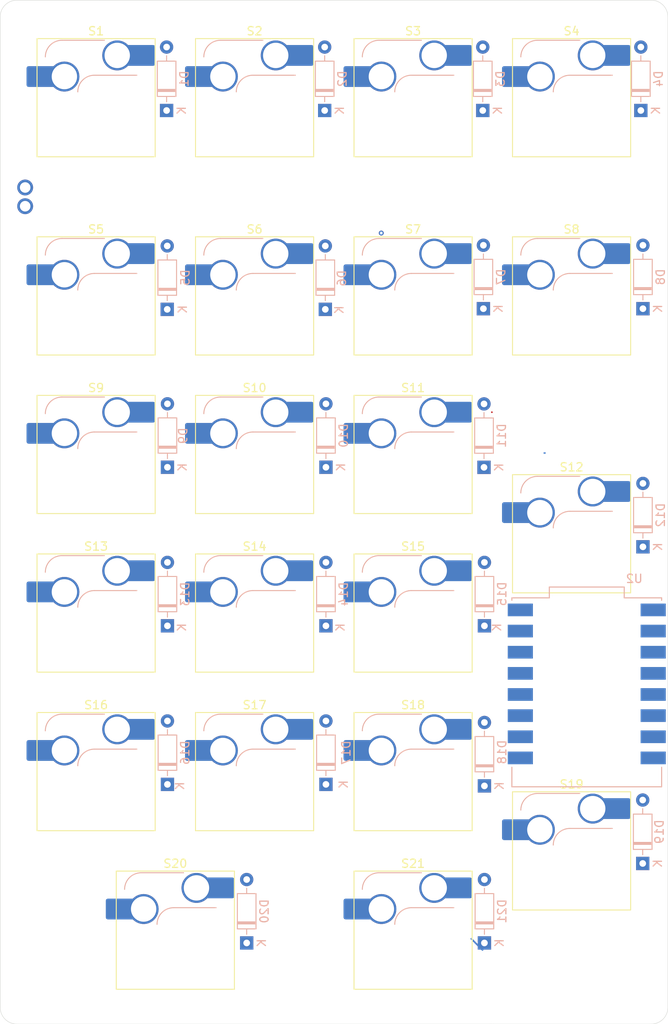
<source format=kicad_pcb>
(kicad_pcb (version 20240108) (generator "pcbnew") (generator_version "8.0")
  (layers (0 "F.Cu" signal) (31 "B.Cu" signal) (34 "B.Paste" user) (35 "F.Paste" user) (36 "B.SilkS" user "B.Silkscreen") (37 "F.SilkS" user "F.Silkscreen") (38 "B.Mask" user) (39 "F.Mask" user) (44 "Edge.Cuts" user))
  (net 0 "")
  (net 1 "Net-(D1-A)")
  (net 2 "Linha 0")
  (net 3 "Net-(D2-A)")
  (net 4 "Net-(D3-A)")
  (net 5 "Net-(D4-A)")
  (net 6 "Net-(D5-A)")
  (net 7 "Linha 1")
  (net 8 "Net-(D6-A)")
  (net 9 "Net-(D7-A)")
  (net 10 "Net-(D8-A)")
  (net 11 "Net-(D9-A)")
  (net 12 "Linha 2")
  (net 13 "Net-(D10-A)")
  (net 14 "Net-(D11-A)")
  (net 15 "Net-(D12-A)")
  (net 16 "Linha 3")
  (net 17 "Net-(D13-A)")
  (net 18 "Net-(D14-A)")
  (net 19 "Net-(D15-A)")
  (net 20 "Net-(D16-A)")
  (net 21 "Linha 4")
  (net 22 "Net-(D18-A)")
  (net 23 "Coluna 0")
  (net 24 "Coluna 1")
  (net 25 "Coluna 2")
  (net 26 "Coluna 3")
  (net 27 "Alimentação +")
  (net 28 "Linha 5")
  (net 29 "Alimentação -")
  (net 30 "Net-(D17-A)")
  (net 31 "Net-(D19-A)")
  (net 32 "Net-(D20-A)")
  (net 33 "Net-(D21-A)")
  (footprint "ScottoKeebs_Hotswap:Hotswap_MX_Plated_1.00u" (layer "F.Cu") (at 93.485 38.6425)
    (property "Reference" "S4" (at 0 -8 0) (layer "F.SilkS"))
    (property "Value" "Keyswitch")
    (pad "" np_thru_hole circle (at -5.08 0) (size 1.75 1.75) (drill 1.75) (layers "F&B.Cu" "*.Mask") (clearance 0.1))
    (pad "" np_thru_hole circle (at 0 0) (size 4 4) (drill 4) (layers "*.Cu" "*.Mask"))
    (pad "" np_thru_hole circle (at 5.08 0) (size 1.75 1.75) (drill 1.75) (layers "*.Cu" "*.Mask"))
    (pad "1" smd roundrect (at -6.585 -2.54) (size 3.55 2.5) (layers "B.Cu") (roundrect_rratio 0.1) (net 26 "Coluna 3"))
    (pad "1" thru_hole circle (at -3.81 -2.54) (size 3.6 3.6) (drill 3.05) (layers "*.Cu" "*.Mask") (net 26 "Coluna 3"))
    (pad "2" thru_hole circle (at 2.54 -5.08) (size 3.6 3.6) (drill 3.05) (layers "*.Cu" "*.Mask") (net 5 "Net-(D4-A)"))
    (pad "2" smd roundrect (at 5.32 -5.08) (size 3.55 2.5) (layers "B.Cu") (roundrect_rratio 0.1) (net 5 "Net-(D4-A)"))
  )
  (footprint "ScottoKeebs_Hotswap:Hotswap_MX_Plated_1.00u" (layer "F.Cu") (at 74.435 100.555)
    (property "Reference" "S15" (at 0 -8 0) (layer "F.SilkS"))
    (property "Value" "Keyswitch")
    (pad "" np_thru_hole circle (at -5.08 0) (size 1.75 1.75) (drill 1.75) (layers "F&B.Cu" "*.Mask") (clearance 0.1))
    (pad "" np_thru_hole circle (at 0 0) (size 4 4) (drill 4) (layers "*.Cu" "*.Mask"))
    (pad "" np_thru_hole circle (at 5.08 0) (size 1.75 1.75) (drill 1.75) (layers "*.Cu" "*.Mask"))
    (pad "1" smd roundrect (at -6.585 -2.54) (size 3.55 2.5) (layers "B.Cu") (roundrect_rratio 0.1) (net 25 "Coluna 2"))
    (pad "1" thru_hole circle (at -3.81 -2.54) (size 3.6 3.6) (drill 3.05) (layers "*.Cu" "*.Mask") (net 25 "Coluna 2"))
    (pad "2" thru_hole circle (at 2.54 -5.08) (size 3.6 3.6) (drill 3.05) (layers "*.Cu" "*.Mask") (net 19 "Net-(D15-A)"))
    (pad "2" smd roundrect (at 5.32 -5.08) (size 3.55 2.5) (layers "B.Cu") (roundrect_rratio 0.1) (net 19 "Net-(D15-A)"))
  )
  (footprint "ScottoKeebs_Hotswap:Hotswap_MX_Plated_1.00u" (layer "F.Cu") (at 36.335 62.455)
    (property "Reference" "S5" (at 0 -8 0) (layer "F.SilkS"))
    (property "Value" "Keyswitch")
    (pad "" np_thru_hole circle (at -5.08 0) (size 1.75 1.75) (drill 1.75) (layers "F&B.Cu" "*.Mask") (clearance 0.1))
    (pad "" np_thru_hole circle (at 0 0) (size 4 4) (drill 4) (layers "*.Cu" "*.Mask"))
    (pad "" np_thru_hole circle (at 5.08 0) (size 1.75 1.75) (drill 1.75) (layers "*.Cu" "*.Mask"))
    (pad "1" smd roundrect (at -6.585 -2.54) (size 3.55 2.5) (layers "B.Cu") (roundrect_rratio 0.1) (net 23 "Coluna 0"))
    (pad "1" thru_hole circle (at -3.81 -2.54) (size 3.6 3.6) (drill 3.05) (layers "*.Cu" "*.Mask") (net 23 "Coluna 0"))
    (pad "2" thru_hole circle (at 2.54 -5.08) (size 3.6 3.6) (drill 3.05) (layers "*.Cu" "*.Mask") (net 6 "Net-(D5-A)"))
    (pad "2" smd roundrect (at 5.32 -5.08) (size 3.55 2.5) (layers "B.Cu") (roundrect_rratio 0.1) (net 6 "Net-(D5-A)"))
  )
  (footprint "ScottoKeebs_Hotswap:Hotswap_MX_Plated_1.00u" (layer "F.Cu") (at 36.335 38.6425)
    (property "Reference" "S1" (at 0 -8 0) (layer "F.SilkS"))
    (property "Value" "Keyswitch")
    (pad "" np_thru_hole circle (at -5.08 0) (size 1.75 1.75) (drill 1.75) (layers "F&B.Cu" "*.Mask") (clearance 0.1))
    (pad "" np_thru_hole circle (at 0 0) (size 4 4) (drill 4) (layers "*.Cu" "*.Mask"))
    (pad "" np_thru_hole circle (at 5.08 0) (size 1.75 1.75) (drill 1.75) (layers "*.Cu" "*.Mask"))
    (pad "1" smd roundrect (at -6.585 -2.54) (size 3.55 2.5) (layers "B.Cu") (roundrect_rratio 0.1) (net 23 "Coluna 0"))
    (pad "1" thru_hole circle (at -3.81 -2.54) (size 3.6 3.6) (drill 3.05) (layers "*.Cu" "*.Mask") (net 23 "Coluna 0"))
    (pad "2" thru_hole circle (at 2.54 -5.08) (size 3.6 3.6) (drill 3.05) (layers "*.Cu" "*.Mask") (net 1 "Net-(D1-A)"))
    (pad "2" smd roundrect (at 5.32 -5.08) (size 3.55 2.5) (layers "B.Cu") (roundrect_rratio 0.1) (net 1 "Net-(D1-A)"))
  )
  (footprint "ScottoKeebs_Hotswap:Hotswap_MX_Plated_1.00u" (layer "F.Cu") (at 55.385 38.6425)
    (property "Reference" "S2" (at 0 -8 0) (layer "F.SilkS"))
    (property "Value" "Keyswitch")
    (pad "" np_thru_hole circle (at -5.08 0) (size 1.75 1.75) (drill 1.75) (layers "F&B.Cu" "*.Mask") (clearance 0.1))
    (pad "" np_thru_hole circle (at 0 0) (size 4 4) (drill 4) (layers "*.Cu" "*.Mask"))
    (pad "" np_thru_hole circle (at 5.08 0) (size 1.75 1.75) (drill 1.75) (layers "*.Cu" "*.Mask"))
    (pad "1" smd roundrect (at -6.585 -2.54) (size 3.55 2.5) (layers "B.Cu") (roundrect_rratio 0.1) (net 24 "Coluna 1"))
    (pad "1" thru_hole circle (at -3.81 -2.54) (size 3.6 3.6) (drill 3.05) (layers "*.Cu" "*.Mask") (net 24 "Coluna 1"))
    (pad "2" thru_hole circle (at 2.54 -5.08) (size 3.6 3.6) (drill 3.05) (layers "*.Cu" "*.Mask") (net 3 "Net-(D2-A)"))
    (pad "2" smd roundrect (at 5.32 -5.08) (size 3.55 2.5) (layers "B.Cu") (roundrect_rratio 0.1) (net 3 "Net-(D2-A)"))
  )
  (footprint "ScottoKeebs_Hotswap:Hotswap_MX_Plated_1.00u" (layer "F.Cu") (at 36.335 119.605)
    (property "Reference" "S16" (at 0 -8 0) (layer "F.SilkS"))
    (property "Value" "Keyswitch")
    (pad "" np_thru_hole circle (at -5.08 0) (size 1.75 1.75) (drill 1.75) (layers "F&B.Cu" "*.Mask") (clearance 0.1))
    (pad "" np_thru_hole circle (at 0 0) (size 4 4) (drill 4) (layers "*.Cu" "*.Mask"))
    (pad "" np_thru_hole circle (at 5.08 0) (size 1.75 1.75) (drill 1.75) (layers "*.Cu" "*.Mask"))
    (pad "1" smd roundrect (at -6.585 -2.54) (size 3.55 2.5) (layers "B.Cu") (roundrect_rratio 0.1) (net 23 "Coluna 0"))
    (pad "1" thru_hole circle (at -3.81 -2.54) (size 3.6 3.6) (drill 3.05) (layers "*.Cu" "*.Mask") (net 23 "Coluna 0"))
    (pad "2" thru_hole circle (at 2.54 -5.08) (size 3.6 3.6) (drill 3.05) (layers "*.Cu" "*.Mask") (net 20 "Net-(D16-A)"))
    (pad "2" smd roundrect (at 5.32 -5.08) (size 3.55 2.5) (layers "B.Cu") (roundrect_rratio 0.1) (net 20 "Net-(D16-A)"))
  )
  (footprint "ScottoKeebs_Hotswap:Hotswap_MX_Plated_1.00u" (layer "F.Cu") (at 55.385 100.555)
    (property "Reference" "S14" (at 0 -8 0) (layer "F.SilkS"))
    (property "Value" "Keyswitch")
    (pad "" np_thru_hole circle (at -5.08 0) (size 1.75 1.75) (drill 1.75) (layers "F&B.Cu" "*.Mask") (clearance 0.1))
    (pad "" np_thru_hole circle (at 0 0) (size 4 4) (drill 4) (layers "*.Cu" "*.Mask"))
    (pad "" np_thru_hole circle (at 5.08 0) (size 1.75 1.75) (drill 1.75) (layers "*.Cu" "*.Mask"))
    (pad "1" smd roundrect (at -6.585 -2.54) (size 3.55 2.5) (layers "B.Cu") (roundrect_rratio 0.1) (net 24 "Coluna 1"))
    (pad "1" thru_hole circle (at -3.81 -2.54) (size 3.6 3.6) (drill 3.05) (layers "*.Cu" "*.Mask") (net 24 "Coluna 1"))
    (pad "2" thru_hole circle (at 2.54 -5.08) (size 3.6 3.6) (drill 3.05) (layers "*.Cu" "*.Mask") (net 18 "Net-(D14-A)"))
    (pad "2" smd roundrect (at 5.32 -5.08) (size 3.55 2.5) (layers "B.Cu") (roundrect_rratio 0.1) (net 18 "Net-(D14-A)"))
  )
  (footprint "ScottoKeebs_Hotswap:Hotswap_MX_Plated_1.00u" (layer "F.Cu") (at 74.435 138.655)
    (property "Reference" "S21" (at 0 -8 0) (layer "F.SilkS"))
    (property "Value" "Keyswitch")
    (pad "" np_thru_hole circle (at -5.08 0) (size 1.75 1.75) (drill 1.75) (layers "F&B.Cu" "*.Mask") (clearance 0.1))
    (pad "" np_thru_hole circle (at 0 0) (size 4 4) (drill 4) (layers "*.Cu" "*.Mask"))
    (pad "" np_thru_hole circle (at 5.08 0) (size 1.75 1.75) (drill 1.75) (layers "*.Cu" "*.Mask"))
    (pad "1" smd roundrect (at -6.585 -2.54) (size 3.55 2.5) (layers "B.Cu") (roundrect_rratio 0.1) (net 25 "Coluna 2"))
    (pad "1" thru_hole circle (at -3.81 -2.54) (size 3.6 3.6) (drill 3.05) (layers "*.Cu" "*.Mask") (net 25 "Coluna 2"))
    (pad "2" thru_hole circle (at 2.54 -5.08) (size 3.6 3.6) (drill 3.05) (layers "*.Cu" "*.Mask") (net 33 "Net-(D21-A)"))
    (pad "2" smd roundrect (at 5.32 -5.08) (size 3.55 2.5) (layers "B.Cu") (roundrect_rratio 0.1) (net 33 "Net-(D21-A)"))
  )
  (footprint "ScottoKeebs_Hotswap:Hotswap_MX_Plated_1.00u" (layer "F.Cu") (at 74.435 38.6425)
    (property "Reference" "S3" (at 0 -8 0) (layer "F.SilkS"))
    (property "Value" "Keyswitch")
    (pad "" np_thru_hole circle (at -5.08 0) (size 1.75 1.75) (drill 1.75) (layers "F&B.Cu" "*.Mask") (clearance 0.1))
    (pad "" np_thru_hole circle (at 0 0) (size 4 4) (drill 4) (layers "*.Cu" "*.Mask"))
    (pad "" np_thru_hole circle (at 5.08 0) (size 1.75 1.75) (drill 1.75) (layers "*.Cu" "*.Mask"))
    (pad "1" smd roundrect (at -6.585 -2.54) (size 3.55 2.5) (layers "B.Cu") (roundrect_rratio 0.1) (net 25 "Coluna 2"))
    (pad "1" thru_hole circle (at -3.81 -2.54) (size 3.6 3.6) (drill 3.05) (layers "*.Cu" "*.Mask") (net 25 "Coluna 2"))
    (pad "2" thru_hole circle (at 2.54 -5.08) (size 3.6 3.6) (drill 3.05) (layers "*.Cu" "*.Mask") (net 4 "Net-(D3-A)"))
    (pad "2" smd roundrect (at 5.32 -5.08) (size 3.55 2.5) (layers "B.Cu") (roundrect_rratio 0.1) (net 4 "Net-(D3-A)"))
  )
  (footprint "ScottoKeebs_Hotswap:Hotswap_MX_Plated_1.00u" (layer "F.Cu") (at 55.385 119.605)
    (property "Reference" "S17" (at 0 -8 0) (layer "F.SilkS"))
    (property "Value" "Keyswitch")
    (pad "" np_thru_hole circle (at -5.08 0) (size 1.75 1.75) (drill 1.75) (layers "F&B.Cu" "*.Mask") (clearance 0.1))
    (pad "" np_thru_hole circle (at 0 0) (size 4 4) (drill 4) (layers "*.Cu" "*.Mask"))
    (pad "" np_thru_hole circle (at 5.08 0) (size 1.75 1.75) (drill 1.75) (layers "*.Cu" "*.Mask"))
    (pad "1" smd roundrect (at -6.585 -2.54) (size 3.55 2.5) (layers "B.Cu") (roundrect_rratio 0.1) (net 24 "Coluna 1"))
    (pad "1" thru_hole circle (at -3.81 -2.54) (size 3.6 3.6) (drill 3.05) (layers "*.Cu" "*.Mask") (net 24 "Coluna 1"))
    (pad "2" thru_hole circle (at 2.54 -5.08) (size 3.6 3.6) (drill 3.05) (layers "*.Cu" "*.Mask") (net 30 "Net-(D17-A)"))
    (pad "2" smd roundrect (at 5.32 -5.08) (size 3.55 2.5) (layers "B.Cu") (roundrect_rratio 0.1) (net 30 "Net-(D17-A)"))
  )
  (footprint "ScottoKeebs_Hotswap:Hotswap_MX_Plated_1.00u" (layer "F.Cu") (at 36.335 100.555)
    (property "Reference" "S13" (at 0 -8 0) (layer "F.SilkS"))
    (property "Value" "Keyswitch")
    (pad "" np_thru_hole circle (at -5.08 0) (size 1.75 1.75) (drill 1.75) (layers "F&B.Cu" "*.Mask") (clearance 0.1))
    (pad "" np_thru_hole circle (at 0 0) (size 4 4) (drill 4) (layers "*.Cu" "*.Mask"))
    (pad "" np_thru_hole circle (at 5.08 0) (size 1.75 1.75) (drill 1.75) (layers "*.Cu" "*.Mask"))
    (pad "1" smd roundrect (at -6.585 -2.54) (size 3.55 2.5) (layers "B.Cu") (roundrect_rratio 0.1) (net 23 "Coluna 0"))
    (pad "1" thru_hole circle (at -3.81 -2.54) (size 3.6 3.6) (drill 3.05) (layers "*.Cu" "*.Mask") (net 23 "Coluna 0"))
    (pad "2" thru_hole circle (at 2.54 -5.08) (size 3.6 3.6) (drill 3.05) (layers "*.Cu" "*.Mask") (net 17 "Net-(D13-A)"))
    (pad "2" smd roundrect (at 5.32 -5.08) (size 3.55 2.5) (layers "B.Cu") (roundrect_rratio 0.1) (net 17 "Net-(D13-A)"))
  )
  (footprint "" (layer "F.Cu") (at 27.81 51.68)
    (property "Reference" "" (at 0 0 0) (layer "F.SilkS") (effects (font (size 1.27 1.27))))
    (property "Value" "")
    (pad "G" thru_hole circle (at 0 0 180) (size 1.905 1.905) (drill 1.27) (layers "*.Cu" "*.Mask") (net 29 "Alimentação -"))
  )
  (footprint "ScottoKeebs_Hotswap:Hotswap_MX_Plated_1.00u" (layer "F.Cu") (at 45.86 138.655)
    (property "Reference" "S20" (at 0 -8 0) (layer "F.SilkS"))
    (property "Value" "Keyswitch")
    (pad "" np_thru_hole circle (at -5.08 0) (size 1.75 1.75) (drill 1.75) (layers "F&B.Cu" "*.Mask") (clearance 0.1))
    (pad "" np_thru_hole circle (at 0 0) (size 4 4) (drill 4) (layers "*.Cu" "*.Mask"))
    (pad "" np_thru_hole circle (at 5.08 0) (size 1.75 1.75) (drill 1.75) (layers "*.Cu" "*.Mask"))
    (pad "1" smd roundrect (at -6.585 -2.54) (size 3.55 2.5) (layers "B.Cu") (roundrect_rratio 0.1) (net 23 "Coluna 0"))
    (pad "1" thru_hole circle (at -3.81 -2.54) (size 3.6 3.6) (drill 3.05) (layers "*.Cu" "*.Mask") (net 23 "Coluna 0"))
    (pad "2" thru_hole circle (at 2.54 -5.08) (size 3.6 3.6) (drill 3.05) (layers "*.Cu" "*.Mask") (net 32 "Net-(D20-A)"))
    (pad "2" smd roundrect (at 5.32 -5.08) (size 3.55 2.5) (layers "B.Cu") (roundrect_rratio 0.1) (net 32 "Net-(D20-A)"))
  )
  (footprint "ScottoKeebs_Hotswap:Hotswap_MX_Plated_1.00u" (layer "F.Cu") (at 55.385 81.505)
    (property "Reference" "S10" (at 0 -8 0) (layer "F.SilkS"))
    (property "Value" "Keyswitch")
    (pad "" np_thru_hole circle (at -5.08 0) (size 1.75 1.75) (drill 1.75) (layers "F&B.Cu" "*.Mask") (clearance 0.1))
    (pad "" np_thru_hole circle (at 0 0) (size 4 4) (drill 4) (layers "*.Cu" "*.Mask"))
    (pad "" np_thru_hole circle (at 5.08 0) (size 1.75 1.75) (drill 1.75) (layers "*.Cu" "*.Mask"))
    (pad "1" smd roundrect (at -6.585 -2.54) (size 3.55 2.5) (layers "B.Cu") (roundrect_rratio 0.1) (net 24 "Coluna 1"))
    (pad "1" thru_hole circle (at -3.81 -2.54) (size 3.6 3.6) (drill 3.05) (layers "*.Cu" "*.Mask") (net 24 "Coluna 1"))
    (pad "2" thru_hole circle (at 2.54 -5.08) (size 3.6 3.6) (drill 3.05) (layers "*.Cu" "*.Mask") (net 13 "Net-(D10-A)"))
    (pad "2" smd roundrect (at 5.32 -5.08) (size 3.55 2.5) (layers "B.Cu") (roundrect_rratio 0.1) (net 13 "Net-(D10-A)"))
  )
  (footprint "ScottoKeebs_Hotswap:Hotswap_MX_Plated_1.00u" (layer "F.Cu") (at 93.485 129.13)
    (property "Reference" "S19" (at 0 -8 0) (layer "F.SilkS"))
    (property "Value" "Keyswitch")
    (pad "" np_thru_hole circle (at -5.08 0) (size 1.75 1.75) (drill 1.75) (layers "F&B.Cu" "*.Mask") (clearance 0.1))
    (pad "" np_thru_hole circle (at 0 0) (size 4 4) (drill 4) (layers "*.Cu" "*.Mask"))
    (pad "" np_thru_hole circle (at 5.08 0) (size 1.75 1.75) (drill 1.75) (layers "*.Cu" "*.Mask"))
    (pad "1" smd roundrect (at -6.585 -2.54) (size 3.55 2.5) (layers "B.Cu") (roundrect_rratio 0.1) (net 26 "Coluna 3"))
    (pad "1" thru_hole circle (at -3.81 -2.54) (size 3.6 3.6) (drill 3.05) (layers "*.Cu" "*.Mask") (net 26 "Coluna 3"))
    (pad "2" thru_hole circle (at 2.54 -5.08) (size 3.6 3.6) (drill 3.05) (layers "*.Cu" "*.Mask") (net 31 "Net-(D19-A)"))
    (pad "2" smd roundrect (at 5.32 -5.08) (size 3.55 2.5) (layers "B.Cu") (roundrect_rratio 0.1) (net 31 "Net-(D19-A)"))
  )
  (footprint "ScottoKeebs_Hotswap:Hotswap_MX_Plated_1.00u" (layer "F.Cu") (at 55.385 62.455)
    (property "Reference" "S6" (at 0 -8 0) (layer "F.SilkS"))
    (property "Value" "Keyswitch")
    (pad "" np_thru_hole circle (at -5.08 0) (size 1.75 1.75) (drill 1.75) (layers "F&B.Cu" "*.Mask") (clearance 0.1))
    (pad "" np_thru_hole circle (at 0 0) (size 4 4) (drill 4) (layers "*.Cu" "*.Mask"))
    (pad "" np_thru_hole circle (at 5.08 0) (size 1.75 1.75) (drill 1.75) (layers "*.Cu" "*.Mask"))
    (pad "1" smd roundrect (at -6.585 -2.54) (size 3.55 2.5) (layers "B.Cu") (roundrect_rratio 0.1) (net 24 "Coluna 1"))
    (pad "1" thru_hole circle (at -3.81 -2.54) (size 3.6 3.6) (drill 3.05) (layers "*.Cu" "*.Mask") (net 24 "Coluna 1"))
    (pad "2" thru_hole circle (at 2.54 -5.08) (size 3.6 3.6) (drill 3.05) (layers "*.Cu" "*.Mask") (net 8 "Net-(D6-A)"))
    (pad "2" smd roundrect (at 5.32 -5.08) (size 3.55 2.5) (layers "B.Cu") (roundrect_rratio 0.1) (net 8 "Net-(D6-A)"))
  )
  (footprint "ScottoKeebs_Hotswap:Hotswap_MX_Plated_1.00u" (layer "F.Cu") (at 74.435 81.505)
    (property "Reference" "S11" (at 0 -8 0) (layer "F.SilkS"))
    (property "Value" "Keyswitch")
    (pad "" np_thru_hole circle (at -5.08 0) (size 1.75 1.75) (drill 1.75) (layers "F&B.Cu" "*.Mask") (clearance 0.1))
    (pad "" np_thru_hole circle (at 0 0) (size 4 4) (drill 4) (layers "*.Cu" "*.Mask"))
    (pad "" np_thru_hole circle (at 5.08 0) (size 1.75 1.75) (drill 1.75) (layers "*.Cu" "*.Mask"))
    (pad "1" smd roundrect (at -6.585 -2.54) (size 3.55 2.5) (layers "B.Cu") (roundrect_rratio 0.1) (net 25 "Coluna 2"))
    (pad "1" thru_hole circle (at -3.81 -2.54) (size 3.6 3.6) (drill 3.05) (layers "*.Cu" "*.Mask") (net 25 "Coluna 2"))
    (pad "2" thru_hole circle (at 2.54 -5.08) (size 3.6 3.6) (drill 3.05) (layers "*.Cu" "*.Mask") (net 14 "Net-(D11-A)"))
    (pad "2" smd roundrect (at 5.32 -5.08) (size 3.55 2.5) (layers "B.Cu") (roundrect_rratio 0.1) (net 14 "Net-(D11-A)"))
  )
  (footprint "ScottoKeebs_Hotswap:Hotswap_MX_Plated_1.00u" (layer "F.Cu") (at 93.485 91.03)
    (property "Reference" "S12" (at 0 -8 0) (layer "F.SilkS"))
    (property "Value" "Keyswitch")
    (pad "" np_thru_hole circle (at -5.08 0) (size 1.75 1.75) (drill 1.75) (layers "F&B.Cu" "*.Mask") (clearance 0.1))
    (pad "" np_thru_hole circle (at 0 0) (size 4 4) (drill 4) (layers "*.Cu" "*.Mask"))
    (pad "" np_thru_hole circle (at 5.08 0) (size 1.75 1.75) (drill 1.75) (layers "*.Cu" "*.Mask"))
    (pad "1" smd roundrect (at -6.585 -2.54) (size 3.55 2.5) (layers "B.Cu") (roundrect_rratio 0.1) (net 26 "Coluna 3"))
    (pad "1" thru_hole circle (at -3.81 -2.54) (size 3.6 3.6) (drill 3.05) (layers "*.Cu" "*.Mask") (net 26 "Coluna 3"))
    (pad "2" thru_hole circle (at 2.54 -5.08) (size 3.6 3.6) (drill 3.05) (layers "*.Cu" "*.Mask") (net 15 "Net-(D12-A)"))
    (pad "2" smd roundrect (at 5.32 -5.08) (size 3.55 2.5) (layers "B.Cu") (roundrect_rratio 0.1) (net 15 "Net-(D12-A)"))
  )
  (footprint "ScottoKeebs_Hotswap:Hotswap_MX_Plated_1.00u" (layer "F.Cu") (at 74.435 62.455)
    (property "Reference" "S7" (at 0 -8 0) (layer "F.SilkS"))
    (property "Value" "Keyswitch")
    (pad "" np_thru_hole circle (at -5.08 0) (size 1.75 1.75) (drill 1.75) (layers "F&B.Cu" "*.Mask") (clearance 0.1))
    (pad "" np_thru_hole circle (at 0 0) (size 4 4) (drill 4) (layers "*.Cu" "*.Mask"))
    (pad "" np_thru_hole circle (at 5.08 0) (size 1.75 1.75) (drill 1.75) (layers "*.Cu" "*.Mask"))
    (pad "1" smd roundrect (at -6.585 -2.54) (size 3.55 2.5) (layers "B.Cu") (roundrect_rratio 0.1) (net 25 "Coluna 2"))
    (pad "1" thru_hole circle (at -3.81 -2.54) (size 3.6 3.6) (drill 3.05) (layers "*.Cu" "*.Mask") (net 25 "Coluna 2"))
    (pad "2" thru_hole circle (at 2.54 -5.08) (size 3.6 3.6) (drill 3.05) (layers "*.Cu" "*.Mask") (net 9 "Net-(D7-A)"))
    (pad "2" smd roundrect (at 5.32 -5.08) (size 3.55 2.5) (layers "B.Cu") (roundrect_rratio 0.1) (net 9 "Net-(D7-A)"))
  )
  (footprint "ScottoKeebs_Hotswap:Hotswap_MX_Plated_1.00u" (layer "F.Cu") (at 93.485 62.455)
    (property "Reference" "S8" (at 0 -8 0) (layer "F.SilkS"))
    (property "Value" "Keyswitch")
    (pad "" np_thru_hole circle (at -5.08 0) (size 1.75 1.75) (drill 1.75) (layers "F&B.Cu" "*.Mask") (clearance 0.1))
    (pad "" np_thru_hole circle (at 0 0) (size 4 4) (drill 4) (layers "*.Cu" "*.Mask"))
    (pad "" np_thru_hole circle (at 5.08 0) (size 1.75 1.75) (drill 1.75) (layers "*.Cu" "*.Mask"))
    (pad "1" smd roundrect (at -6.585 -2.54) (size 3.55 2.5) (layers "B.Cu") (roundrect_rratio 0.1) (net 26 "Coluna 3"))
    (pad "1" thru_hole circle (at -3.81 -2.54) (size 3.6 3.6) (drill 3.05) (layers "*.Cu" "*.Mask") (net 26 "Coluna 3"))
    (pad "2" thru_hole circle (at 2.54 -5.08) (size 3.6 3.6) (drill 3.05) (layers "*.Cu" "*.Mask") (net 10 "Net-(D8-A)"))
    (pad "2" smd roundrect (at 5.32 -5.08) (size 3.55 2.5) (layers "B.Cu") (roundrect_rratio 0.1) (net 10 "Net-(D8-A)"))
  )
  (footprint "ScottoKeebs_Hotswap:Hotswap_MX_Plated_1.00u" (layer "F.Cu") (at 74.435 119.605)
    (property "Reference" "S18" (at 0 -8 0) (layer "F.SilkS"))
    (property "Value" "Keyswitch")
    (pad "" np_thru_hole circle (at -5.08 0) (size 1.75 1.75) (drill 1.75) (layers "F&B.Cu" "*.Mask") (clearance 0.1))
    (pad "" np_thru_hole circle (at 0 0) (size 4 4) (drill 4) (layers "*.Cu" "*.Mask"))
    (pad "" np_thru_hole circle (at 5.08 0) (size 1.75 1.75) (drill 1.75) (layers "*.Cu" "*.Mask"))
    (pad "1" smd roundrect (at -6.585 -2.54) (size 3.55 2.5) (layers "B.Cu") (roundrect_rratio 0.1) (net 25 "Coluna 2"))
    (pad "1" thru_hole circle (at -3.81 -2.54) (size 3.6 3.6) (drill 3.05) (layers "*.Cu" "*.Mask") (net 25 "Coluna 2"))
    (pad "2" thru_hole circle (at 2.54 -5.08) (size 3.6 3.6) (drill 3.05) (layers "*.Cu" "*.Mask") (net 22 "Net-(D18-A)"))
    (pad "2" smd roundrect (at 5.32 -5.08) (size 3.55 2.5) (layers "B.Cu") (roundrect_rratio 0.1) (net 22 "Net-(D18-A)"))
  )
  (footprint "" (layer "F.Cu") (at 27.81 49.43)
    (property "Reference" "" (at 0 0 0) (layer "F.SilkS") (effects (font (size 1.27 1.27))))
    (property "Value" "")
    (pad "5V" thru_hole circle (at 0 0 180) (size 1.905 1.905) (drill 1.27) (layers "*.Cu" "*.Mask") (net 27 "Alimentação +"))
  )
  (footprint "ScottoKeebs_Hotswap:Hotswap_MX_Plated_1.00u" (layer "F.Cu") (at 36.335 81.505)
    (property "Reference" "S9" (at 0 -8 0) (layer "F.SilkS"))
    (property "Value" "Keyswitch")
    (pad "" np_thru_hole circle (at -5.08 0) (size 1.75 1.75) (drill 1.75) (layers "F&B.Cu" "*.Mask") (clearance 0.1))
    (pad "" np_thru_hole circle (at 0 0) (size 4 4) (drill 4) (layers "*.Cu" "*.Mask"))
    (pad "" np_thru_hole circle (at 5.08 0) (size 1.75 1.75) (drill 1.75) (layers "*.Cu" "*.Mask"))
    (pad "1" smd roundrect (at -6.585 -2.54) (size 3.55 2.5) (layers "B.Cu") (roundrect_rratio 0.1) (net 23 "Coluna 0"))
    (pad "1" thru_hole circle (at -3.81 -2.54) (size 3.6 3.6) (drill 3.05) (layers "*.Cu" "*.Mask") (net 23 "Coluna 0"))
    (pad "2" thru_hole circle (at 2.54 -5.08) (size 3.6 3.6) (drill 3.05) (layers "*.Cu" "*.Mask") (net 11 "Net-(D9-A)"))
    (pad "2" smd roundrect (at 5.32 -5.08) (size 3.55 2.5) (layers "B.Cu") (roundrect_rratio 0.1) (net 11 "Net-(D9-A)"))
  )
  (footprint "Diode_THT:D_DO-35_SOD27_P7.62mm_Horizontal" (layer "B.Cu") (at 44.91 121.14 90)
    (property "Reference" "D16" (at 3.81 2.12 90) (layer "B.SilkS") (effects (justify mirror)))
    (property "Value" "Diode")
    (fp_text user "K" (at -0.19 1.5 90) (layer "B.SilkS") (effects (justify mirror)))
    (pad "1" thru_hole rect (at 0 0 90) (size 1.6 1.6) (drill 0.8) (layers "*.Cu" "*.Mask") (net 21 "Linha 4"))
    (pad "2" thru_hole oval (at 7.62 0 90) (size 1.6 1.6) (drill 0.8) (layers "*.Cu" "*.Mask") (net 20 "Net-(D16-A)"))
  )
  (footprint "Diode_THT:D_DO-35_SOD27_P7.62mm_Horizontal" (layer "B.Cu") (at 44.91 102.09 90)
    (property "Reference" "D13" (at 3.81 2.12 90) (layer "B.SilkS") (effects (justify mirror)))
    (property "Value" "Diode")
    (fp_text user "K" (at -0.19 1.727258 90) (layer "B.SilkS") (effects (justify mirror)))
    (pad "1" thru_hole rect (at 0 0 90) (size 1.6 1.6) (drill 0.8) (layers "*.Cu" "*.Mask") (net 16 "Linha 3"))
    (pad "2" thru_hole oval (at 7.62 0 90) (size 1.6 1.6) (drill 0.8) (layers "*.Cu" "*.Mask") (net 17 "Net-(D13-A)"))
  )
  (footprint "Diode_THT:D_DO-35_SOD27_P7.62mm_Horizontal" (layer "B.Cu") (at 82.96 83.05 90)
    (property "Reference" "D11" (at 3.81 2.12 90) (layer "B.SilkS") (effects (justify mirror)))
    (property "Value" "Diode")
    (fp_text user "K" (at 0 1.8 90) (layer "B.SilkS") (effects (justify mirror)))
    (pad "1" thru_hole rect (at 0 0 90) (size 1.6 1.6) (drill 0.8) (layers "*.Cu" "*.Mask") (net 12 "Linha 2"))
    (pad "2" thru_hole oval (at 7.62 0 90) (size 1.6 1.6) (drill 0.8) (layers "*.Cu" "*.Mask") (net 14 "Net-(D11-A)"))
  )
  (footprint "Diode_THT:D_DO-35_SOD27_P7.62mm_Horizontal" (layer "B.Cu") (at 63.96 102.09 90)
    (property "Reference" "D14" (at 3.81 2.12 90) (layer "B.SilkS") (effects (justify mirror)))
    (property "Value" "Diode")
    (fp_text user "K" (at -0.19 1.727258 90) (layer "B.SilkS") (effects (justify mirror)))
    (pad "1" thru_hole rect (at 0 0 90) (size 1.6 1.6) (drill 0.8) (layers "*.Cu" "*.Mask") (net 16 "Linha 3"))
    (pad "2" thru_hole oval (at 7.62 0 90) (size 1.6 1.6) (drill 0.8) (layers "*.Cu" "*.Mask") (net 18 "Net-(D14-A)"))
  )
  (footprint "Diode_THT:D_DO-35_SOD27_P7.62mm_Horizontal" (layer "B.Cu") (at 83.01 121.32 90)
    (property "Reference" "D18" (at 4.06 2.12 90) (layer "B.SilkS") (effects (justify mirror)))
    (property "Value" "Diode")
    (fp_text user "K" (at 0 1.8 90) (layer "B.SilkS") (effects (justify mirror)))
    (pad "1" thru_hole rect (at 0 0 90) (size 1.6 1.6) (drill 0.8) (layers "*.Cu" "*.Mask") (net 21 "Linha 4"))
    (pad "2" thru_hole oval (at 7.62 0 90) (size 1.6 1.6) (drill 0.8) (layers "*.Cu" "*.Mask") (net 22 "Net-(D18-A)"))
  )
  (footprint "Diode_THT:D_DO-35_SOD27_P7.62mm_Horizontal" (layer "B.Cu") (at 101.81 40.18 90)
    (property "Reference" "D4" (at 3.81 2.12 90) (layer "B.SilkS") (effects (justify mirror)))
    (property "Value" "Diode")
    (fp_text user "K" (at 0 1.8 90) (layer "B.SilkS") (effects (justify mirror)))
    (pad "1" thru_hole rect (at 0 0 90) (size 1.6 1.6) (drill 0.8) (layers "*.Cu" "*.Mask") (net 2 "Linha 0"))
    (pad "2" thru_hole oval (at 7.62 0 90) (size 1.6 1.6) (drill 0.8) (layers "*.Cu" "*.Mask") (net 5 "Net-(D4-A)"))
  )
  (footprint "Diode_THT:D_DO-35_SOD27_P7.62mm_Horizontal" (layer "B.Cu") (at 44.81 40.18 90)
    (property "Reference" "D1" (at 3.81 2.12 90) (layer "B.SilkS") (effects (justify mirror)))
    (property "Value" "Diode")
    (fp_text user "K" (at 0 1.8 90) (layer "B.SilkS") (effects (justify mirror)))
    (pad "1" thru_hole rect (at 0 0 90) (size 1.6 1.6) (drill 0.8) (layers "*.Cu" "*.Mask") (net 2 "Linha 0"))
    (pad "2" thru_hole oval (at 7.62 0 90) (size 1.6 1.6) (drill 0.8) (layers "*.Cu" "*.Mask") (net 1 "Net-(D1-A)"))
  )
  (footprint "Diode_THT:D_DO-35_SOD27_P7.62mm_Horizontal" (layer "B.Cu") (at 83.01 102.09 90)
    (property "Reference" "D15" (at 3.83 2.12 90) (layer "B.SilkS") (effects (justify mirror)))
    (property "Value" "Diode")
    (fp_text user "K" (at -0.19 1.5 90) (layer "B.SilkS") (effects (justify mirror)))
    (pad "1" thru_hole rect (at 0 0 90) (size 1.6 1.6) (drill 0.8) (layers "*.Cu" "*.Mask") (net 16 "Linha 3"))
    (pad "2" thru_hole oval (at 7.62 0 90) (size 1.6 1.6) (drill 0.8) (layers "*.Cu" "*.Mask") (net 19 "Net-(D15-A)"))
  )
  (footprint "Diode_THT:D_DO-35_SOD27_P7.62mm_Horizontal" (layer "B.Cu") (at 102.035 130.64 90)
    (property "Reference" "D19" (at 3.81 2 90) (layer "B.SilkS") (effects (justify mirror)))
    (property "Value" "Diode")
    (fp_text user "K" (at 0 1.8 90) (layer "B.SilkS") (effects (justify mirror)))
    (pad "1" thru_hole rect (at 0 0 90) (size 1.6 1.6) (drill 0.8) (layers "*.Cu" "*.Mask") (net 21 "Linha 4"))
    (pad "2" thru_hole oval (at 7.62 0 90) (size 1.6 1.6) (drill 0.8) (layers "*.Cu" "*.Mask") (net 31 "Net-(D19-A)"))
  )
  (footprint "Diode_THT:D_DO-35_SOD27_P7.62mm_Horizontal" (layer "B.Cu") (at 63.81 40.18 90)
    (property "Reference" "D2" (at 3.81 2.12 90) (layer "B.SilkS") (effects (justify mirror)))
    (property "Value" "Diode")
    (fp_text user "K" (at 0 1.8 90) (layer "B.SilkS") (effects (justify mirror)))
    (pad "1" thru_hole rect (at 0 0 90) (size 1.6 1.6) (drill 0.8) (layers "*.Cu" "*.Mask") (net 2 "Linha 0"))
    (pad "2" thru_hole oval (at 7.62 0 90) (size 1.6 1.6) (drill 0.8) (layers "*.Cu" "*.Mask") (net 3 "Net-(D2-A)"))
  )
  (footprint "Diode_THT:D_DO-35_SOD27_P7.62mm_Horizontal" (layer "B.Cu") (at 63.96 121.14 90)
    (property "Reference" "D17" (at 3.81 2.4375 90) (layer "B.SilkS") (effects (justify mirror)))
    (property "Value" "Diode")
    (fp_text user "K" (at 0 2.1175 90) (layer "B.SilkS") (effects (justify mirror)))
    (pad "1" thru_hole rect (at 0 0 90) (size 1.6 1.6) (drill 0.8) (layers "*.Cu" "*.Mask") (net 21 "Linha 4"))
    (pad "2" thru_hole oval (at 7.62 0 90) (size 1.6 1.6) (drill 0.8) (layers "*.Cu" "*.Mask") (net 30 "Net-(D17-A)"))
  )
  (footprint "Diode_THT:D_DO-35_SOD27_P7.62mm_Horizontal" (layer "B.Cu") (at 63.96 83.04 90)
    (property "Reference" "D10" (at 3.81 2.12 90) (layer "B.SilkS") (effects (justify mirror)))
    (property "Value" "Diode")
    (fp_text user "K" (at 0 1.8 90) (layer "B.SilkS") (effects (justify mirror)))
    (pad "1" thru_hole rect (at 0 0 90) (size 1.6 1.6) (drill 0.8) (layers "*.Cu" "*.Mask") (net 12 "Linha 2"))
    (pad "2" thru_hole oval (at 7.62 0 90) (size 1.6 1.6) (drill 0.8) (layers "*.Cu" "*.Mask") (net 13 "Net-(D10-A)"))
  )
  (footprint "Diode_THT:D_DO-35_SOD27_P7.62mm_Horizontal" (layer "B.Cu") (at 102.06 92.6 90)
    (property "Reference" "D12" (at 3.81 2.12 90) (layer "B.SilkS") (effects (justify mirror)))
    (property "Value" "Diode")
    (fp_text user "K" (at 0 1.8 90) (layer "B.SilkS") (effects (justify mirror)))
    (pad "1" thru_hole rect (at 0 0 90) (size 1.6 1.6) (drill 0.8) (layers "*.Cu" "*.Mask") (net 12 "Linha 2"))
    (pad "2" thru_hole oval (at 7.62 0 90) (size 1.6 1.6) (drill 0.8) (layers "*.Cu" "*.Mask") (net 15 "Net-(D12-A)"))
  )
  (footprint "Diode_THT:D_DO-35_SOD27_P7.62mm_Horizontal" (layer "B.Cu") (at 44.91 83.04 90)
    (property "Reference" "D9" (at 3.78 1.875 90) (layer "B.SilkS") (effects (justify mirror)))
    (property "Value" "Diode")
    (fp_text user "K" (at 0 1.8 90) (layer "B.SilkS") (effects (justify mirror)))
    (pad "1" thru_hole rect (at 0 0 90) (size 1.6 1.6) (drill 0.8) (layers "*.Cu" "*.Mask") (net 12 "Linha 2"))
    (pad "2" thru_hole oval (at 7.62 0 90) (size 1.6 1.6) (drill 0.8) (layers "*.Cu" "*.Mask") (net 11 "Net-(D9-A)"))
  )
  (footprint "Diode_THT:D_DO-35_SOD27_P7.62mm_Horizontal" (layer "B.Cu") (at 54.435 140.19 90)
    (property "Reference" "D20" (at 3.81 2.12 90) (layer "B.SilkS") (effects (justify mirror)))
    (property "Value" "Diode")
    (fp_text user "K" (at 0 1.8 90) (layer "B.SilkS") (effects (justify mirror)))
    (pad "1" thru_hole rect (at 0 0 90) (size 1.6 1.6) (drill 0.8) (layers "*.Cu" "*.Mask") (net 28 "Linha 5"))
    (pad "2" thru_hole oval (at 7.62 0 90) (size 1.6 1.6) (drill 0.8) (layers "*.Cu" "*.Mask") (net 32 "Net-(D20-A)"))
  )
  (footprint "Diode_THT:D_DO-35_SOD27_P7.62mm_Horizontal" (layer "B.Cu") (at 44.885 64.07 90)
    (property "Reference" "D5" (at 3.81 2.17 90) (layer "B.SilkS") (effects (justify mirror)))
    (property "Value" "Diode")
    (fp_text user "K" (at 0 1.85 90) (layer "B.SilkS") (effects (justify mirror)))
    (pad "1" thru_hole rect (at 0 0 90) (size 1.6 1.6) (drill 0.8) (layers "*.Cu" "*.Mask") (net 7 "Linha 1"))
    (pad "2" thru_hole oval (at 7.62 0 90) (size 1.6 1.6) (drill 0.8) (layers "*.Cu" "*.Mask") (net 6 "Net-(D5-A)"))
  )
  (footprint "Diode_THT:D_DO-35_SOD27_P7.62mm_Horizontal" (layer "B.Cu") (at 82.885 63.99 90)
    (property "Reference" "D7" (at 3.81 2.12 90) (layer "B.SilkS") (effects (justify mirror)))
    (property "Value" "Diode")
    (fp_text user "K" (at 0 1.8 90) (layer "B.SilkS") (effects (justify mirror)))
    (pad "1" thru_hole rect (at 0 0 90) (size 1.6 1.6) (drill 0.8) (layers "*.Cu" "*.Mask") (net 7 "Linha 1"))
    (pad "2" thru_hole oval (at 7.62 0 90) (size 1.6 1.6) (drill 0.8) (layers "*.Cu" "*.Mask") (net 9 "Net-(D7-A)"))
  )
  (footprint "Diode_THT:D_DO-35_SOD27_P7.62mm_Horizontal" (layer "B.Cu") (at 82.81 40.18 90)
    (property "Reference" "D3" (at 3.81 2.12 90) (layer "B.SilkS") (effects (justify mirror)))
    (property "Value" "Diode")
    (fp_text user "K" (at 0 1.8 90) (layer "B.SilkS") (effects (justify mirror)))
    (pad "1" thru_hole rect (at 0 0 90) (size 1.6 1.6) (drill 0.8) (layers "*.Cu" "*.Mask") (net 2 "Linha 0"))
    (pad "2" thru_hole oval (at 7.62 0 90) (size 1.6 1.6) (drill 0.8) (layers "*.Cu" "*.Mask") (net 4 "Net-(D3-A)"))
  )
  (footprint "ESP32-C3-SuperMini:ESP32-C3_SUPERMINI" (layer "B.Cu") (at 95.31 110.08 180)
    (property "Reference" "U2" (at -5.715 13.6525 0) (layer "B.SilkS") (effects (justify mirror)))
    (property "Value" "ESP32-C3_SUPERMINI_SMD")
    (pad "0" smd rect (at 7.985 -7.88 180) (size 3.025 1.524) (layers "B.Cu" "B.Paste" "B.Mask") (net 23 "Coluna 0"))
    (pad "1" smd rect (at 7.985 -5.34 180) (size 3.025 1.524) (layers "B.Cu" "B.Paste" "B.Mask") (net 24 "Coluna 1"))
    (pad "2" smd rect (at 7.985 -2.8 180) (size 3.025 1.524) (layers "B.Cu" "B.Paste" "B.Mask") (net 25 "Coluna 2"))
    (pad "3" smd rect (at 7.985 -0.26 180) (size 3.025 1.524) (layers "B.Cu" "B.Paste" "B.Mask") (net 26 "Coluna 3"))
    (pad "3.3" smd rect (at 7.985 4.82 180) (size 3.025 1.524) (layers "B.Cu" "B.Paste" "B.Mask"))
    (pad "4" smd rect (at 7.985 2.28 180) (size 3.025 1.524) (layers "B.Cu" "B.Paste" "B.Mask") (net 2 "Linha 0"))
    (pad "5" smd rect (at -7.985 9.9 180) (size 3.025 1.524) (layers "B.Cu" "B.Paste" "B.Mask") (net 12 "Linha 2"))
    (pad "5V" smd rect (at 7.985 9.9 180) (size 3.025 1.524) (layers "B.Cu" "B.Paste" "B.Mask") (net 27 "Alimentação +"))
    (pad "6" smd rect (at -7.985 7.36 180) (size 3.025 1.524) (layers "B.Cu" "B.Paste" "B.Mask") (net 16 "Linha 3"))
    (pad "7" smd rect (at -7.985 4.82 180) (size 3.025 1.524) (layers "B.Cu" "B.Paste" "B.Mask") (net 7 "Linha 1"))
    (pad "8" smd rect (at -7.985 2.28 180) (size 3.025 1.524) (layers "B.Cu" "B.Paste" "B.Mask") (net 21 "Linha 4"))
    (pad "9" smd rect (at -7.985 -0.26 180) (size 3.025 1.524) (layers "B.Cu" "B.Paste" "B.Mask") (net 28 "Linha 5"))
    (pad "10" smd rect (at -7.985 -2.8 180) (size 3.025 1.524) (layers "B.Cu" "B.Paste" "B.Mask"))
    (pad "20" smd rect (at -7.985 -5.34 180) (size 3.025 1.524) (layers "B.Cu" "B.Paste" "B.Mask"))
    (pad "21" smd rect (at -7.985 -7.88 180) (size 3.025 1.524) (layers "B.Cu" "B.Paste" "B.Mask"))
    (pad "G" smd rect (at 7.985 7.36 180) (size 3.025 1.524) (layers "B.Cu" "B.Paste" "B.Mask") (net 29 "Alimentação -"))
  )
  (footprint "Diode_THT:D_DO-35_SOD27_P7.62mm_Horizontal" (layer "B.Cu") (at 63.885 64.07 90)
    (property "Reference" "D6" (at 3.74 1.975 90) (layer "B.SilkS") (effects (justify mirror)))
    (property "Value" "Diode")
    (fp_text user "K" (at -0.06 1.675 90) (layer "B.SilkS") (effects (justify mirror)))
    (pad "1" thru_hole rect (at 0 0 90) (size 1.6 1.6) (drill 0.8) (layers "*.Cu" "*.Mask") (net 7 "Linha 1"))
    (pad "2" thru_hole oval (at 7.62 0 90) (size 1.6 1.6) (drill 0.8) (layers "*.Cu" "*.Mask") (net 8 "Net-(D6-A)"))
  )
  (footprint "Diode_THT:D_DO-35_SOD27_P7.62mm_Horizontal" (layer "B.Cu") (at 83.01 140.19 90)
    (property "Reference" "D21" (at 3.81 2.12 90) (layer "B.SilkS") (effects (justify mirror)))
    (property "Value" "Diode")
    (fp_text user "K" (at 0 1.8 90) (layer "B.SilkS") (effects (justify mirror)))
    (pad "1" thru_hole rect (at 0 0 90) (size 1.6 1.6) (drill 0.8) (layers "*.Cu" "*.Mask") (net 28 "Linha 5"))
    (pad "2" thru_hole oval (at 7.62 0 90) (size 1.6 1.6) (drill 0.8) (layers "*.Cu" "*.Mask") (net 33 "Net-(D21-A)"))
  )
  (footprint "Diode_THT:D_DO-35_SOD27_P7.62mm_Horizontal" (layer "B.Cu") (at 102.06 63.99 90)
    (property "Reference" "D8" (at 3.81 2.12 90) (layer "B.SilkS") (effects (justify mirror)))
    (property "Value" "Diode")
    (fp_text user "K" (at 0 1.8 90) (layer "B.SilkS") (effects (justify mirror)))
    (pad "1" thru_hole rect (at 0 0 90) (size 1.6 1.6) (drill 0.8) (layers "*.Cu" "*.Mask") (net 7 "Linha 1"))
    (pad "2" thru_hole oval (at 7.62 0 90) (size 1.6 1.6) (drill 0.8) (layers "*.Cu" "*.Mask") (net 10 "Net-(D8-A)"))
  )
  (gr_arc (start 26.81 149.93) (mid 25.395786 149.344214) (end 24.81 147.93) (stroke (width 0.05)) (layer "Edge.Cuts"))
  (gr_line (start 24.81 122.18) (end 24.81 147.93) (stroke (width 0.05)) (layer "Edge.Cuts"))
  (gr_arc (start 105.06 147.93) (mid 104.474214 149.344214) (end 103.06 149.93) (stroke (width 0.05)) (layer "Edge.Cuts"))
  (gr_line (start 83.81 149.93) (end 26.81 149.93) (stroke (width 0.05)) (layer "Edge.Cuts"))
  (gr_line (start 36.81 26.93) (end 26.81 26.93) (stroke (width 0.05)) (layer "Edge.Cuts"))
  (gr_line (start 36.81 26.93) (end 103.06 26.93) (stroke (width 0.05)) (layer "Edge.Cuts"))
  (gr_line (start 83.81 149.93) (end 103.06 149.93) (stroke (width 0.05)) (layer "Edge.Cuts"))
  (gr_arc (start 24.81 28.93) (mid 25.395786 27.515786) (end 26.81 26.93) (stroke (width 0.05)) (layer "Edge.Cuts"))
  (gr_arc (start 103.06 26.93) (mid 104.474214 27.515786) (end 105.06 28.93) (stroke (width 0.05)) (layer "Edge.Cuts"))
  (gr_line (start 24.81 116.93) (end 24.81 28.93) (stroke (width 0.05)) (layer "Edge.Cuts"))
  (gr_line (start 105.06 112.18) (end 105.06 147.93) (stroke (width 0.05)) (layer "Edge.Cuts"))
  (gr_line (start 24.81 122.18) (end 24.81 116.93) (stroke (width 0.05)) (layer "Edge.Cuts"))
  (gr_line (start 105.06 112.18) (end 105.06 28.93) (stroke (width 0.05)) (layer "Edge.Cuts"))
  (segment (start 83.905 76.425) (end 83.91 76.43) (width 0.2) (layer "F.Cu") (net 9))
  (segment (start 90.21 81.33) (end 90.275 81.33) (width 0.2) (layer "B.Cu") (net 12))
  (segment (start 38.88 114.52) (end 38.875 114.525) (width 0.2) (layer "F.Cu") (net 20))
  (segment (start 76.98 114.52) (end 76.975 114.525) (width 0.2) (layer "F.Cu") (net 22))
  (segment (start 42.09 136.075) (end 42.05 136.115) (width 0.2) (layer "B.Cu") (net 23))
  (via (at 70.61 54.9025) (size 0.6) (drill 0.3) (layers "F.Cu" "B.Cu") (net 25))
  (segment (start 70.61 54.9025) (end 70.625 54.9175) (width 0.2) (layer "B.Cu") (net 25))
  (segment (start 89.865 126.4) (end 89.675 126.59) (width 0.2) (layer "B.Cu") (net 26))
  (segment (start 81.435 139.69) (end 82.785 141.04) (width 0.2) (layer "B.Cu") (net 28))
  (segment (start 57.93 114.52) (end 57.925 114.525) (width 0.2) (layer "F.Cu") (net 30))
)
</source>
